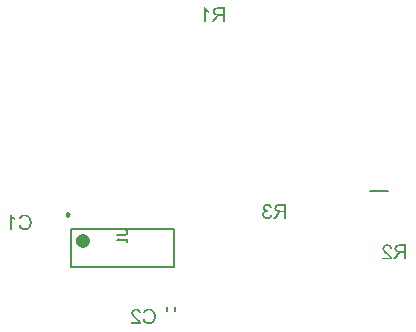
<source format=gbo>
G04*
G04 #@! TF.GenerationSoftware,Altium Limited,Altium Designer,19.1.7 (138)*
G04*
G04 Layer_Color=32896*
%FSLAX25Y25*%
%MOIN*%
G70*
G01*
G75*
%ADD10C,0.00787*%
%ADD11C,0.00591*%
%ADD41C,0.00984*%
%ADD42C,0.02362*%
G36*
X49835Y43728D02*
X49913Y43613D01*
X50007Y43498D01*
X50093Y43398D01*
X50179Y43312D01*
X50243Y43240D01*
X50272Y43219D01*
X50293Y43197D01*
X50301Y43190D01*
X50308Y43183D01*
X50458Y43061D01*
X50609Y42946D01*
X50752Y42846D01*
X50896Y42767D01*
X51018Y42695D01*
X51068Y42667D01*
X51111Y42645D01*
X51147Y42623D01*
X51175Y42616D01*
X51190Y42602D01*
X51197D01*
Y42014D01*
X51089Y42057D01*
X50982Y42107D01*
X50874Y42158D01*
X50774Y42208D01*
X50688Y42251D01*
X50616Y42287D01*
X50573Y42315D01*
X50566Y42322D01*
X50559D01*
X50430Y42401D01*
X50315Y42480D01*
X50215Y42552D01*
X50136Y42616D01*
X50064Y42667D01*
X50021Y42710D01*
X49985Y42738D01*
X49978Y42745D01*
Y38866D01*
X49369D01*
Y43850D01*
X49763D01*
X49835Y43728D01*
D02*
G37*
G36*
X54509Y43900D02*
X54739Y43864D01*
X54940Y43821D01*
X55033Y43792D01*
X55119Y43764D01*
X55198Y43735D01*
X55269Y43706D01*
X55327Y43685D01*
X55384Y43663D01*
X55420Y43642D01*
X55449Y43627D01*
X55470Y43620D01*
X55477Y43613D01*
X55671Y43491D01*
X55836Y43348D01*
X55979Y43204D01*
X56101Y43061D01*
X56194Y42932D01*
X56230Y42875D01*
X56259Y42824D01*
X56288Y42788D01*
X56302Y42760D01*
X56309Y42738D01*
X56316Y42731D01*
X56417Y42509D01*
X56488Y42279D01*
X56538Y42050D01*
X56574Y41842D01*
X56589Y41749D01*
X56596Y41656D01*
X56603Y41584D01*
Y41512D01*
X56610Y41462D01*
Y41419D01*
Y41390D01*
Y41383D01*
X56596Y41125D01*
X56567Y40874D01*
X56531Y40652D01*
X56503Y40544D01*
X56481Y40451D01*
X56460Y40365D01*
X56431Y40286D01*
X56410Y40214D01*
X56395Y40157D01*
X56374Y40114D01*
X56366Y40078D01*
X56352Y40057D01*
Y40049D01*
X56244Y39834D01*
X56123Y39641D01*
X55994Y39476D01*
X55929Y39411D01*
X55872Y39347D01*
X55814Y39290D01*
X55757Y39239D01*
X55707Y39196D01*
X55664Y39168D01*
X55635Y39139D01*
X55606Y39117D01*
X55592Y39110D01*
X55585Y39103D01*
X55484Y39046D01*
X55384Y38996D01*
X55169Y38917D01*
X54954Y38859D01*
X54746Y38823D01*
X54646Y38809D01*
X54560Y38795D01*
X54481Y38788D01*
X54416D01*
X54359Y38780D01*
X54280D01*
X54137Y38788D01*
X54000Y38802D01*
X53871Y38816D01*
X53749Y38845D01*
X53635Y38881D01*
X53527Y38917D01*
X53427Y38952D01*
X53333Y38996D01*
X53255Y39031D01*
X53176Y39067D01*
X53118Y39103D01*
X53061Y39139D01*
X53025Y39168D01*
X52989Y39182D01*
X52975Y39196D01*
X52968Y39203D01*
X52868Y39290D01*
X52781Y39375D01*
X52703Y39476D01*
X52624Y39576D01*
X52495Y39777D01*
X52394Y39978D01*
X52351Y40071D01*
X52315Y40157D01*
X52287Y40236D01*
X52265Y40300D01*
X52244Y40358D01*
X52229Y40401D01*
X52222Y40429D01*
Y40437D01*
X52882Y40602D01*
X52911Y40487D01*
X52946Y40379D01*
X52982Y40279D01*
X53018Y40186D01*
X53061Y40100D01*
X53104Y40028D01*
X53154Y39956D01*
X53197Y39892D01*
X53233Y39834D01*
X53276Y39791D01*
X53312Y39748D01*
X53341Y39713D01*
X53369Y39691D01*
X53391Y39669D01*
X53398Y39662D01*
X53405Y39655D01*
X53477Y39598D01*
X53556Y39555D01*
X53714Y39476D01*
X53864Y39419D01*
X54015Y39383D01*
X54144Y39354D01*
X54194Y39347D01*
X54244D01*
X54287Y39340D01*
X54337D01*
X54502Y39347D01*
X54660Y39375D01*
X54803Y39411D01*
X54932Y39454D01*
X55033Y39497D01*
X55076Y39519D01*
X55112Y39533D01*
X55140Y39548D01*
X55162Y39562D01*
X55176Y39569D01*
X55183D01*
X55320Y39669D01*
X55434Y39777D01*
X55535Y39899D01*
X55614Y40014D01*
X55678Y40114D01*
X55721Y40200D01*
X55735Y40236D01*
X55750Y40257D01*
X55757Y40272D01*
Y40279D01*
X55814Y40465D01*
X55857Y40652D01*
X55893Y40838D01*
X55915Y41010D01*
X55922Y41089D01*
X55929Y41161D01*
Y41225D01*
X55936Y41276D01*
Y41319D01*
Y41354D01*
Y41376D01*
Y41383D01*
X55929Y41570D01*
X55915Y41742D01*
X55886Y41899D01*
X55857Y42043D01*
X55836Y42165D01*
X55822Y42215D01*
X55807Y42258D01*
X55800Y42294D01*
X55793Y42315D01*
X55786Y42330D01*
Y42337D01*
X55714Y42502D01*
X55635Y42652D01*
X55549Y42774D01*
X55456Y42882D01*
X55377Y42968D01*
X55312Y43025D01*
X55262Y43061D01*
X55255Y43075D01*
X55248D01*
X55097Y43168D01*
X54932Y43240D01*
X54775Y43290D01*
X54624Y43319D01*
X54488Y43341D01*
X54431Y43348D01*
X54380D01*
X54344Y43355D01*
X54287D01*
X54108Y43348D01*
X53943Y43319D01*
X53807Y43276D01*
X53685Y43233D01*
X53592Y43183D01*
X53520Y43147D01*
X53477Y43118D01*
X53463Y43104D01*
X53348Y42996D01*
X53240Y42875D01*
X53154Y42745D01*
X53083Y42616D01*
X53025Y42502D01*
X53004Y42444D01*
X52989Y42401D01*
X52975Y42365D01*
X52961Y42337D01*
X52953Y42322D01*
Y42315D01*
X52308Y42466D01*
X52351Y42595D01*
X52394Y42710D01*
X52452Y42817D01*
X52502Y42925D01*
X52559Y43018D01*
X52624Y43104D01*
X52681Y43190D01*
X52738Y43262D01*
X52796Y43319D01*
X52846Y43376D01*
X52896Y43427D01*
X52932Y43462D01*
X52968Y43498D01*
X52996Y43520D01*
X53011Y43527D01*
X53018Y43534D01*
X53118Y43599D01*
X53219Y43663D01*
X53319Y43713D01*
X53427Y43756D01*
X53642Y43821D01*
X53835Y43864D01*
X53929Y43885D01*
X54008Y43893D01*
X54086Y43900D01*
X54151Y43907D01*
X54201Y43914D01*
X54273D01*
X54509Y43900D01*
D02*
G37*
G36*
X135406Y47469D02*
X135599Y47433D01*
X135764Y47376D01*
X135907Y47318D01*
X135972Y47282D01*
X136022Y47254D01*
X136072Y47225D01*
X136108Y47196D01*
X136137Y47175D01*
X136158Y47161D01*
X136173Y47153D01*
X136180Y47146D01*
X136316Y47010D01*
X136424Y46859D01*
X136510Y46702D01*
X136581Y46544D01*
X136624Y46408D01*
X136646Y46350D01*
X136660Y46300D01*
X136667Y46257D01*
X136675Y46228D01*
X136682Y46207D01*
Y46200D01*
X136072Y46092D01*
X136044Y46250D01*
X136001Y46386D01*
X135950Y46501D01*
X135900Y46594D01*
X135850Y46666D01*
X135807Y46716D01*
X135778Y46752D01*
X135771Y46759D01*
X135678Y46831D01*
X135578Y46888D01*
X135484Y46924D01*
X135391Y46953D01*
X135305Y46967D01*
X135241Y46981D01*
X135183D01*
X135054Y46974D01*
X134940Y46945D01*
X134839Y46910D01*
X134753Y46874D01*
X134688Y46831D01*
X134638Y46795D01*
X134602Y46766D01*
X134595Y46759D01*
X134516Y46673D01*
X134459Y46580D01*
X134423Y46486D01*
X134395Y46400D01*
X134380Y46322D01*
X134366Y46264D01*
Y46221D01*
Y46214D01*
Y46207D01*
Y46128D01*
X134380Y46056D01*
X134416Y45934D01*
X134466Y45827D01*
X134524Y45734D01*
X134581Y45669D01*
X134631Y45619D01*
X134667Y45590D01*
X134674Y45583D01*
X134681D01*
X134803Y45519D01*
X134918Y45468D01*
X135040Y45432D01*
X135147Y45411D01*
X135241Y45397D01*
X135319Y45382D01*
X135413D01*
X135441Y45390D01*
X135477D01*
X135549Y44852D01*
X135456Y44873D01*
X135370Y44888D01*
X135298Y44902D01*
X135233Y44909D01*
X135183Y44916D01*
X135119D01*
X134968Y44902D01*
X134832Y44873D01*
X134710Y44830D01*
X134610Y44780D01*
X134531Y44730D01*
X134473Y44687D01*
X134438Y44658D01*
X134423Y44644D01*
X134330Y44536D01*
X134258Y44422D01*
X134208Y44307D01*
X134179Y44192D01*
X134158Y44099D01*
X134151Y44020D01*
X134144Y43991D01*
Y43970D01*
Y43955D01*
Y43948D01*
X134158Y43791D01*
X134194Y43647D01*
X134237Y43525D01*
X134294Y43418D01*
X134352Y43332D01*
X134395Y43267D01*
X134430Y43224D01*
X134445Y43210D01*
X134559Y43109D01*
X134681Y43038D01*
X134803Y42988D01*
X134918Y42952D01*
X135018Y42930D01*
X135097Y42923D01*
X135126Y42916D01*
X135169D01*
X135298Y42923D01*
X135420Y42952D01*
X135527Y42988D01*
X135613Y43031D01*
X135685Y43066D01*
X135742Y43102D01*
X135771Y43131D01*
X135785Y43138D01*
X135872Y43238D01*
X135943Y43353D01*
X136008Y43475D01*
X136058Y43604D01*
X136094Y43712D01*
X136108Y43762D01*
X136115Y43805D01*
X136123Y43841D01*
X136130Y43870D01*
X136137Y43884D01*
Y43891D01*
X136746Y43812D01*
X136732Y43697D01*
X136710Y43590D01*
X136646Y43389D01*
X136567Y43217D01*
X136524Y43145D01*
X136481Y43074D01*
X136438Y43009D01*
X136395Y42959D01*
X136359Y42909D01*
X136323Y42873D01*
X136302Y42844D01*
X136280Y42823D01*
X136266Y42808D01*
X136259Y42801D01*
X136173Y42737D01*
X136087Y42672D01*
X136001Y42622D01*
X135907Y42579D01*
X135728Y42507D01*
X135556Y42464D01*
X135477Y42450D01*
X135406Y42436D01*
X135341Y42428D01*
X135284Y42421D01*
X135241Y42414D01*
X135176D01*
X135040Y42421D01*
X134918Y42436D01*
X134796Y42457D01*
X134681Y42486D01*
X134574Y42522D01*
X134481Y42557D01*
X134387Y42600D01*
X134309Y42643D01*
X134230Y42679D01*
X134165Y42722D01*
X134108Y42758D01*
X134065Y42794D01*
X134029Y42823D01*
X134000Y42844D01*
X133986Y42858D01*
X133979Y42866D01*
X133893Y42952D01*
X133821Y43045D01*
X133756Y43138D01*
X133699Y43231D01*
X133656Y43317D01*
X133613Y43411D01*
X133556Y43583D01*
X133541Y43661D01*
X133527Y43733D01*
X133513Y43798D01*
X133505Y43855D01*
X133498Y43898D01*
Y43934D01*
Y43955D01*
Y43963D01*
X133505Y44135D01*
X133534Y44293D01*
X133577Y44429D01*
X133620Y44543D01*
X133663Y44637D01*
X133706Y44708D01*
X133735Y44751D01*
X133742Y44766D01*
X133842Y44873D01*
X133950Y44967D01*
X134065Y45038D01*
X134179Y45096D01*
X134280Y45139D01*
X134359Y45167D01*
X134387Y45174D01*
X134409Y45182D01*
X134423Y45189D01*
X134430D01*
X134309Y45253D01*
X134208Y45318D01*
X134122Y45390D01*
X134050Y45454D01*
X133993Y45511D01*
X133950Y45562D01*
X133929Y45590D01*
X133921Y45605D01*
X133864Y45705D01*
X133821Y45805D01*
X133785Y45906D01*
X133764Y45999D01*
X133749Y46078D01*
X133742Y46135D01*
Y46178D01*
Y46192D01*
X133749Y46314D01*
X133771Y46436D01*
X133799Y46544D01*
X133835Y46637D01*
X133871Y46716D01*
X133900Y46780D01*
X133921Y46816D01*
X133929Y46831D01*
X134000Y46938D01*
X134086Y47031D01*
X134172Y47110D01*
X134258Y47182D01*
X134330Y47232D01*
X134395Y47275D01*
X134438Y47297D01*
X134445Y47304D01*
X134452D01*
X134581Y47361D01*
X134710Y47404D01*
X134839Y47440D01*
X134954Y47462D01*
X135047Y47476D01*
X135126Y47483D01*
X135305D01*
X135406Y47469D01*
D02*
G37*
G36*
X141500Y42500D02*
X140840D01*
Y44701D01*
X139994D01*
X139915Y44694D01*
X139858D01*
X139808Y44687D01*
X139772Y44680D01*
X139743D01*
X139729Y44673D01*
X139722D01*
X139607Y44637D01*
X139557Y44615D01*
X139514Y44594D01*
X139471Y44572D01*
X139442Y44558D01*
X139428Y44551D01*
X139421Y44543D01*
X139363Y44500D01*
X139306Y44450D01*
X139198Y44343D01*
X139148Y44293D01*
X139112Y44249D01*
X139091Y44221D01*
X139084Y44214D01*
X139012Y44113D01*
X138933Y44006D01*
X138854Y43891D01*
X138775Y43783D01*
X138711Y43683D01*
X138661Y43604D01*
X138639Y43576D01*
X138625Y43554D01*
X138610Y43540D01*
Y43532D01*
X137958Y42500D01*
X137141D01*
X137994Y43848D01*
X138094Y43991D01*
X138188Y44120D01*
X138281Y44228D01*
X138359Y44328D01*
X138431Y44400D01*
X138489Y44457D01*
X138524Y44493D01*
X138539Y44508D01*
X138596Y44551D01*
X138661Y44601D01*
X138790Y44680D01*
X138847Y44708D01*
X138890Y44737D01*
X138919Y44751D01*
X138933Y44759D01*
X138804Y44780D01*
X138682Y44802D01*
X138575Y44837D01*
X138467Y44866D01*
X138374Y44902D01*
X138288Y44945D01*
X138209Y44981D01*
X138137Y45017D01*
X138080Y45060D01*
X138023Y45096D01*
X137979Y45124D01*
X137944Y45153D01*
X137915Y45174D01*
X137893Y45196D01*
X137886Y45203D01*
X137879Y45210D01*
X137822Y45282D01*
X137764Y45354D01*
X137678Y45504D01*
X137621Y45655D01*
X137578Y45798D01*
X137549Y45920D01*
X137542Y45970D01*
Y46020D01*
X137535Y46056D01*
Y46085D01*
Y46099D01*
Y46106D01*
X137542Y46257D01*
X137564Y46393D01*
X137600Y46522D01*
X137635Y46630D01*
X137678Y46723D01*
X137707Y46795D01*
X137736Y46838D01*
X137743Y46845D01*
Y46852D01*
X137829Y46967D01*
X137915Y47067D01*
X138008Y47153D01*
X138094Y47218D01*
X138173Y47268D01*
X138238Y47297D01*
X138281Y47318D01*
X138288Y47325D01*
X138295D01*
X138359Y47347D01*
X138438Y47368D01*
X138596Y47404D01*
X138768Y47426D01*
X138926Y47447D01*
X139076Y47455D01*
X139141D01*
X139198Y47462D01*
X141500D01*
Y42500D01*
D02*
G37*
G36*
X175241Y33976D02*
X175363Y33969D01*
X175477Y33947D01*
X175585Y33926D01*
X175685Y33897D01*
X175778Y33868D01*
X175864Y33833D01*
X175943Y33797D01*
X176015Y33761D01*
X176072Y33725D01*
X176122Y33696D01*
X176165Y33668D01*
X176201Y33646D01*
X176223Y33625D01*
X176237Y33617D01*
X176244Y33610D01*
X176316Y33539D01*
X176381Y33460D01*
X176445Y33374D01*
X176495Y33288D01*
X176581Y33116D01*
X176639Y32943D01*
X176660Y32865D01*
X176682Y32786D01*
X176696Y32721D01*
X176710Y32664D01*
X176718Y32614D01*
Y32578D01*
X176725Y32556D01*
Y32549D01*
X176101Y32485D01*
X176087Y32649D01*
X176058Y32793D01*
X176015Y32922D01*
X175965Y33022D01*
X175922Y33108D01*
X175879Y33166D01*
X175850Y33202D01*
X175836Y33216D01*
X175728Y33302D01*
X175613Y33367D01*
X175491Y33417D01*
X175384Y33445D01*
X175284Y33467D01*
X175198Y33474D01*
X175169Y33481D01*
X175126D01*
X174975Y33474D01*
X174839Y33445D01*
X174724Y33402D01*
X174624Y33359D01*
X174545Y33309D01*
X174495Y33273D01*
X174459Y33245D01*
X174445Y33230D01*
X174359Y33130D01*
X174294Y33029D01*
X174244Y32929D01*
X174215Y32829D01*
X174194Y32750D01*
X174187Y32678D01*
X174179Y32635D01*
Y32628D01*
Y32621D01*
X174194Y32492D01*
X174223Y32356D01*
X174273Y32234D01*
X174323Y32119D01*
X174380Y32026D01*
X174430Y31947D01*
X174445Y31918D01*
X174459Y31897D01*
X174473Y31890D01*
Y31882D01*
X174531Y31804D01*
X174602Y31725D01*
X174681Y31639D01*
X174767Y31552D01*
X174947Y31380D01*
X175126Y31208D01*
X175219Y31130D01*
X175298Y31058D01*
X175377Y30993D01*
X175441Y30936D01*
X175491Y30893D01*
X175535Y30857D01*
X175563Y30836D01*
X175570Y30828D01*
X175750Y30678D01*
X175915Y30534D01*
X176051Y30405D01*
X176158Y30298D01*
X176252Y30205D01*
X176316Y30140D01*
X176352Y30097D01*
X176366Y30090D01*
Y30083D01*
X176467Y29961D01*
X176546Y29846D01*
X176617Y29731D01*
X176675Y29631D01*
X176718Y29545D01*
X176746Y29480D01*
X176761Y29437D01*
X176768Y29430D01*
Y29423D01*
X176796Y29344D01*
X176811Y29272D01*
X176825Y29201D01*
X176832Y29136D01*
X176839Y29079D01*
Y29036D01*
Y29007D01*
Y29000D01*
X173548D01*
Y29588D01*
X175993D01*
X175907Y29710D01*
X175864Y29760D01*
X175829Y29810D01*
X175793Y29853D01*
X175764Y29882D01*
X175742Y29903D01*
X175735Y29911D01*
X175699Y29946D01*
X175656Y29982D01*
X175556Y30075D01*
X175441Y30183D01*
X175320Y30291D01*
X175205Y30384D01*
X175154Y30427D01*
X175111Y30470D01*
X175076Y30498D01*
X175047Y30520D01*
X175033Y30534D01*
X175025Y30542D01*
X174911Y30642D01*
X174796Y30735D01*
X174696Y30828D01*
X174602Y30907D01*
X174516Y30986D01*
X174445Y31058D01*
X174373Y31122D01*
X174316Y31180D01*
X174258Y31237D01*
X174215Y31280D01*
X174179Y31316D01*
X174144Y31352D01*
X174108Y31395D01*
X174093Y31409D01*
X173993Y31531D01*
X173907Y31639D01*
X173835Y31746D01*
X173778Y31832D01*
X173735Y31911D01*
X173706Y31968D01*
X173692Y32004D01*
X173685Y32019D01*
X173642Y32126D01*
X173613Y32234D01*
X173584Y32334D01*
X173570Y32420D01*
X173563Y32499D01*
X173556Y32556D01*
Y32592D01*
Y32607D01*
X173563Y32714D01*
X173577Y32814D01*
X173591Y32915D01*
X173620Y33001D01*
X173692Y33173D01*
X173764Y33309D01*
X173807Y33374D01*
X173842Y33424D01*
X173878Y33474D01*
X173914Y33510D01*
X173943Y33539D01*
X173957Y33567D01*
X173971Y33575D01*
X173979Y33582D01*
X174057Y33653D01*
X174144Y33718D01*
X174237Y33768D01*
X174330Y33811D01*
X174516Y33883D01*
X174703Y33933D01*
X174782Y33947D01*
X174861Y33962D01*
X174932Y33969D01*
X174990Y33976D01*
X175040Y33983D01*
X175111D01*
X175241Y33976D01*
D02*
G37*
G36*
X181500Y29000D02*
X180840D01*
Y31201D01*
X179994D01*
X179915Y31194D01*
X179858D01*
X179808Y31187D01*
X179772Y31180D01*
X179743D01*
X179729Y31172D01*
X179722D01*
X179607Y31137D01*
X179557Y31115D01*
X179514Y31094D01*
X179471Y31072D01*
X179442Y31058D01*
X179428Y31051D01*
X179421Y31043D01*
X179363Y31000D01*
X179306Y30950D01*
X179198Y30843D01*
X179148Y30792D01*
X179112Y30749D01*
X179091Y30721D01*
X179084Y30714D01*
X179012Y30613D01*
X178933Y30506D01*
X178854Y30391D01*
X178775Y30283D01*
X178711Y30183D01*
X178661Y30104D01*
X178639Y30075D01*
X178625Y30054D01*
X178611Y30040D01*
Y30033D01*
X177958Y29000D01*
X177141D01*
X177994Y30348D01*
X178094Y30491D01*
X178188Y30620D01*
X178281Y30728D01*
X178359Y30828D01*
X178431Y30900D01*
X178489Y30957D01*
X178524Y30993D01*
X178539Y31008D01*
X178596Y31051D01*
X178661Y31101D01*
X178790Y31180D01*
X178847Y31208D01*
X178890Y31237D01*
X178919Y31251D01*
X178933Y31259D01*
X178804Y31280D01*
X178682Y31302D01*
X178575Y31337D01*
X178467Y31366D01*
X178374Y31402D01*
X178288Y31445D01*
X178209Y31481D01*
X178137Y31517D01*
X178080Y31560D01*
X178023Y31596D01*
X177980Y31624D01*
X177944Y31653D01*
X177915Y31674D01*
X177893Y31696D01*
X177886Y31703D01*
X177879Y31710D01*
X177822Y31782D01*
X177764Y31854D01*
X177678Y32004D01*
X177621Y32155D01*
X177578Y32298D01*
X177549Y32420D01*
X177542Y32470D01*
Y32520D01*
X177535Y32556D01*
Y32585D01*
Y32599D01*
Y32607D01*
X177542Y32757D01*
X177564Y32893D01*
X177600Y33022D01*
X177635Y33130D01*
X177678Y33223D01*
X177707Y33295D01*
X177736Y33338D01*
X177743Y33345D01*
Y33352D01*
X177829Y33467D01*
X177915Y33567D01*
X178008Y33653D01*
X178094Y33718D01*
X178173Y33768D01*
X178238Y33797D01*
X178281Y33818D01*
X178288Y33825D01*
X178295D01*
X178359Y33847D01*
X178438Y33868D01*
X178596Y33904D01*
X178768Y33926D01*
X178926Y33947D01*
X179077Y33955D01*
X179141D01*
X179198Y33962D01*
X181500D01*
Y29000D01*
D02*
G37*
G36*
X114425Y112861D02*
X114504Y112747D01*
X114597Y112632D01*
X114683Y112531D01*
X114769Y112445D01*
X114834Y112374D01*
X114863Y112352D01*
X114884Y112331D01*
X114891Y112323D01*
X114898Y112316D01*
X115049Y112195D01*
X115199Y112080D01*
X115343Y111979D01*
X115486Y111900D01*
X115608Y111829D01*
X115658Y111800D01*
X115701Y111779D01*
X115737Y111757D01*
X115766Y111750D01*
X115780Y111736D01*
X115787D01*
Y111148D01*
X115680Y111191D01*
X115572Y111241D01*
X115465Y111291D01*
X115364Y111341D01*
X115278Y111384D01*
X115207Y111420D01*
X115164Y111449D01*
X115156Y111456D01*
X115149D01*
X115020Y111535D01*
X114906Y111614D01*
X114805Y111685D01*
X114726Y111750D01*
X114655Y111800D01*
X114611Y111843D01*
X114576Y111872D01*
X114568Y111879D01*
Y108000D01*
X113959D01*
Y112983D01*
X114353D01*
X114425Y112861D01*
D02*
G37*
G36*
X121000Y108000D02*
X120340D01*
Y110201D01*
X119494D01*
X119415Y110194D01*
X119358D01*
X119308Y110187D01*
X119272Y110180D01*
X119243D01*
X119229Y110172D01*
X119222D01*
X119107Y110137D01*
X119057Y110115D01*
X119014Y110094D01*
X118971Y110072D01*
X118942Y110058D01*
X118928Y110051D01*
X118921Y110044D01*
X118863Y110000D01*
X118806Y109950D01*
X118698Y109843D01*
X118648Y109792D01*
X118612Y109749D01*
X118591Y109721D01*
X118584Y109714D01*
X118512Y109613D01*
X118433Y109506D01*
X118354Y109391D01*
X118275Y109283D01*
X118211Y109183D01*
X118161Y109104D01*
X118139Y109075D01*
X118125Y109054D01*
X118111Y109040D01*
Y109032D01*
X117458Y108000D01*
X116641D01*
X117494Y109348D01*
X117594Y109491D01*
X117687Y109620D01*
X117781Y109728D01*
X117859Y109828D01*
X117931Y109900D01*
X117989Y109957D01*
X118025Y109993D01*
X118039Y110008D01*
X118096Y110051D01*
X118161Y110101D01*
X118290Y110180D01*
X118347Y110208D01*
X118390Y110237D01*
X118419Y110251D01*
X118433Y110258D01*
X118304Y110280D01*
X118182Y110302D01*
X118075Y110337D01*
X117967Y110366D01*
X117874Y110402D01*
X117788Y110445D01*
X117709Y110481D01*
X117637Y110517D01*
X117580Y110560D01*
X117523Y110596D01*
X117480Y110624D01*
X117444Y110653D01*
X117415Y110674D01*
X117394Y110696D01*
X117386Y110703D01*
X117379Y110710D01*
X117322Y110782D01*
X117264Y110854D01*
X117178Y111004D01*
X117121Y111155D01*
X117078Y111298D01*
X117049Y111420D01*
X117042Y111470D01*
Y111521D01*
X117035Y111556D01*
Y111585D01*
Y111599D01*
Y111607D01*
X117042Y111757D01*
X117064Y111893D01*
X117099Y112022D01*
X117135Y112130D01*
X117178Y112223D01*
X117207Y112295D01*
X117236Y112338D01*
X117243Y112345D01*
Y112352D01*
X117329Y112467D01*
X117415Y112567D01*
X117508Y112653D01*
X117594Y112718D01*
X117673Y112768D01*
X117738Y112797D01*
X117781Y112818D01*
X117788Y112825D01*
X117795D01*
X117859Y112847D01*
X117938Y112868D01*
X118096Y112904D01*
X118268Y112926D01*
X118426Y112947D01*
X118577Y112954D01*
X118641D01*
X118698Y112962D01*
X121000D01*
Y108000D01*
D02*
G37*
G36*
X91540Y12476D02*
X91662Y12469D01*
X91776Y12447D01*
X91884Y12426D01*
X91984Y12397D01*
X92078Y12368D01*
X92164Y12333D01*
X92242Y12297D01*
X92314Y12261D01*
X92372Y12225D01*
X92422Y12196D01*
X92465Y12168D01*
X92501Y12146D01*
X92522Y12125D01*
X92536Y12117D01*
X92544Y12110D01*
X92615Y12039D01*
X92680Y11960D01*
X92744Y11874D01*
X92795Y11788D01*
X92881Y11616D01*
X92938Y11444D01*
X92959Y11365D01*
X92981Y11286D01*
X92995Y11221D01*
X93010Y11164D01*
X93017Y11114D01*
Y11078D01*
X93024Y11056D01*
Y11049D01*
X92400Y10985D01*
X92386Y11150D01*
X92357Y11293D01*
X92314Y11422D01*
X92264Y11522D01*
X92221Y11608D01*
X92178Y11666D01*
X92149Y11702D01*
X92135Y11716D01*
X92027Y11802D01*
X91913Y11867D01*
X91791Y11917D01*
X91683Y11945D01*
X91583Y11967D01*
X91497Y11974D01*
X91468Y11981D01*
X91425D01*
X91274Y11974D01*
X91138Y11945D01*
X91024Y11902D01*
X90923Y11859D01*
X90844Y11809D01*
X90794Y11773D01*
X90758Y11745D01*
X90744Y11730D01*
X90658Y11630D01*
X90593Y11530D01*
X90543Y11429D01*
X90514Y11329D01*
X90493Y11250D01*
X90486Y11178D01*
X90479Y11135D01*
Y11128D01*
Y11121D01*
X90493Y10992D01*
X90522Y10856D01*
X90572Y10734D01*
X90622Y10619D01*
X90679Y10526D01*
X90730Y10447D01*
X90744Y10418D01*
X90758Y10397D01*
X90773Y10390D01*
Y10382D01*
X90830Y10304D01*
X90902Y10225D01*
X90981Y10139D01*
X91067Y10052D01*
X91246Y9880D01*
X91425Y9708D01*
X91518Y9629D01*
X91597Y9558D01*
X91676Y9493D01*
X91741Y9436D01*
X91791Y9393D01*
X91834Y9357D01*
X91862Y9336D01*
X91870Y9328D01*
X92049Y9178D01*
X92214Y9034D01*
X92350Y8905D01*
X92458Y8798D01*
X92551Y8705D01*
X92615Y8640D01*
X92651Y8597D01*
X92665Y8590D01*
Y8583D01*
X92766Y8461D01*
X92845Y8346D01*
X92917Y8231D01*
X92974Y8131D01*
X93017Y8045D01*
X93046Y7980D01*
X93060Y7937D01*
X93067Y7930D01*
Y7923D01*
X93096Y7844D01*
X93110Y7773D01*
X93124Y7701D01*
X93132Y7636D01*
X93139Y7579D01*
Y7536D01*
Y7507D01*
Y7500D01*
X89848D01*
Y8088D01*
X92293D01*
X92207Y8210D01*
X92164Y8260D01*
X92128Y8310D01*
X92092Y8353D01*
X92063Y8382D01*
X92042Y8403D01*
X92035Y8411D01*
X91999Y8446D01*
X91956Y8482D01*
X91855Y8575D01*
X91741Y8683D01*
X91619Y8791D01*
X91504Y8884D01*
X91454Y8927D01*
X91411Y8970D01*
X91375Y8998D01*
X91346Y9020D01*
X91332Y9034D01*
X91325Y9042D01*
X91210Y9142D01*
X91095Y9235D01*
X90995Y9328D01*
X90902Y9407D01*
X90816Y9486D01*
X90744Y9558D01*
X90672Y9622D01*
X90615Y9680D01*
X90557Y9737D01*
X90514Y9780D01*
X90479Y9816D01*
X90443Y9852D01*
X90407Y9895D01*
X90393Y9909D01*
X90292Y10031D01*
X90206Y10139D01*
X90135Y10246D01*
X90077Y10332D01*
X90034Y10411D01*
X90005Y10468D01*
X89991Y10504D01*
X89984Y10519D01*
X89941Y10626D01*
X89912Y10734D01*
X89884Y10834D01*
X89869Y10920D01*
X89862Y10999D01*
X89855Y11056D01*
Y11092D01*
Y11107D01*
X89862Y11214D01*
X89876Y11314D01*
X89891Y11415D01*
X89919Y11501D01*
X89991Y11673D01*
X90063Y11809D01*
X90106Y11874D01*
X90142Y11924D01*
X90178Y11974D01*
X90213Y12010D01*
X90242Y12039D01*
X90256Y12067D01*
X90271Y12075D01*
X90278Y12082D01*
X90357Y12153D01*
X90443Y12218D01*
X90536Y12268D01*
X90629Y12311D01*
X90816Y12383D01*
X91002Y12433D01*
X91081Y12447D01*
X91160Y12462D01*
X91232Y12469D01*
X91289Y12476D01*
X91339Y12483D01*
X91411D01*
X91540Y12476D01*
D02*
G37*
G36*
X95899Y12533D02*
X96129Y12498D01*
X96329Y12455D01*
X96423Y12426D01*
X96509Y12397D01*
X96588Y12368D01*
X96659Y12340D01*
X96717Y12318D01*
X96774Y12297D01*
X96810Y12275D01*
X96838Y12261D01*
X96860Y12254D01*
X96867Y12246D01*
X97061Y12125D01*
X97226Y11981D01*
X97369Y11838D01*
X97491Y11694D01*
X97584Y11565D01*
X97620Y11508D01*
X97649Y11458D01*
X97677Y11422D01*
X97692Y11393D01*
X97699Y11372D01*
X97706Y11365D01*
X97806Y11142D01*
X97878Y10913D01*
X97928Y10684D01*
X97964Y10475D01*
X97979Y10382D01*
X97986Y10289D01*
X97993Y10217D01*
Y10146D01*
X98000Y10096D01*
Y10052D01*
Y10024D01*
Y10017D01*
X97986Y9759D01*
X97957Y9508D01*
X97921Y9285D01*
X97892Y9178D01*
X97871Y9085D01*
X97849Y8998D01*
X97821Y8920D01*
X97799Y8848D01*
X97785Y8791D01*
X97763Y8748D01*
X97756Y8712D01*
X97742Y8690D01*
Y8683D01*
X97634Y8468D01*
X97512Y8274D01*
X97383Y8109D01*
X97319Y8045D01*
X97262Y7980D01*
X97204Y7923D01*
X97147Y7873D01*
X97097Y7830D01*
X97054Y7801D01*
X97025Y7773D01*
X96996Y7751D01*
X96982Y7744D01*
X96975Y7737D01*
X96874Y7679D01*
X96774Y7629D01*
X96559Y7550D01*
X96344Y7493D01*
X96136Y7457D01*
X96035Y7443D01*
X95949Y7428D01*
X95871Y7421D01*
X95806D01*
X95749Y7414D01*
X95670D01*
X95526Y7421D01*
X95390Y7435D01*
X95261Y7450D01*
X95139Y7479D01*
X95025Y7514D01*
X94917Y7550D01*
X94816Y7586D01*
X94723Y7629D01*
X94644Y7665D01*
X94566Y7701D01*
X94508Y7737D01*
X94451Y7773D01*
X94415Y7801D01*
X94379Y7816D01*
X94365Y7830D01*
X94358Y7837D01*
X94257Y7923D01*
X94171Y8009D01*
X94092Y8109D01*
X94014Y8210D01*
X93884Y8411D01*
X93784Y8611D01*
X93741Y8705D01*
X93705Y8791D01*
X93677Y8869D01*
X93655Y8934D01*
X93634Y8991D01*
X93619Y9034D01*
X93612Y9063D01*
Y9070D01*
X94272Y9235D01*
X94300Y9120D01*
X94336Y9013D01*
X94372Y8912D01*
X94408Y8819D01*
X94451Y8733D01*
X94494Y8662D01*
X94544Y8590D01*
X94587Y8525D01*
X94623Y8468D01*
X94666Y8425D01*
X94702Y8382D01*
X94731Y8346D01*
X94759Y8325D01*
X94781Y8303D01*
X94788Y8296D01*
X94795Y8289D01*
X94867Y8231D01*
X94946Y8188D01*
X95103Y8109D01*
X95254Y8052D01*
X95404Y8016D01*
X95534Y7988D01*
X95584Y7980D01*
X95634D01*
X95677Y7973D01*
X95727D01*
X95892Y7980D01*
X96050Y8009D01*
X96193Y8045D01*
X96322Y8088D01*
X96423Y8131D01*
X96466Y8152D01*
X96501Y8167D01*
X96530Y8181D01*
X96552Y8196D01*
X96566Y8203D01*
X96573D01*
X96709Y8303D01*
X96824Y8411D01*
X96925Y8533D01*
X97003Y8647D01*
X97068Y8748D01*
X97111Y8834D01*
X97125Y8869D01*
X97140Y8891D01*
X97147Y8905D01*
Y8912D01*
X97204Y9099D01*
X97247Y9285D01*
X97283Y9472D01*
X97304Y9644D01*
X97312Y9723D01*
X97319Y9794D01*
Y9859D01*
X97326Y9909D01*
Y9952D01*
Y9988D01*
Y10009D01*
Y10017D01*
X97319Y10203D01*
X97304Y10375D01*
X97276Y10533D01*
X97247Y10676D01*
X97226Y10798D01*
X97211Y10848D01*
X97197Y10891D01*
X97190Y10927D01*
X97183Y10949D01*
X97176Y10963D01*
Y10970D01*
X97104Y11135D01*
X97025Y11286D01*
X96939Y11408D01*
X96846Y11515D01*
X96767Y11601D01*
X96702Y11659D01*
X96652Y11694D01*
X96645Y11709D01*
X96638D01*
X96487Y11802D01*
X96322Y11874D01*
X96165Y11924D01*
X96014Y11953D01*
X95878Y11974D01*
X95820Y11981D01*
X95770D01*
X95734Y11988D01*
X95677D01*
X95498Y11981D01*
X95333Y11953D01*
X95196Y11910D01*
X95075Y11867D01*
X94981Y11816D01*
X94910Y11780D01*
X94867Y11752D01*
X94852Y11738D01*
X94738Y11630D01*
X94630Y11508D01*
X94544Y11379D01*
X94472Y11250D01*
X94415Y11135D01*
X94393Y11078D01*
X94379Y11035D01*
X94365Y10999D01*
X94350Y10970D01*
X94343Y10956D01*
Y10949D01*
X93698Y11099D01*
X93741Y11228D01*
X93784Y11343D01*
X93841Y11451D01*
X93892Y11558D01*
X93949Y11651D01*
X94014Y11738D01*
X94071Y11823D01*
X94128Y11895D01*
X94186Y11953D01*
X94236Y12010D01*
X94286Y12060D01*
X94322Y12096D01*
X94358Y12132D01*
X94386Y12153D01*
X94401Y12161D01*
X94408Y12168D01*
X94508Y12232D01*
X94609Y12297D01*
X94709Y12347D01*
X94816Y12390D01*
X95032Y12455D01*
X95225Y12498D01*
X95318Y12519D01*
X95397Y12526D01*
X95476Y12533D01*
X95541Y12540D01*
X95591Y12548D01*
X95663D01*
X95899Y12533D01*
D02*
G37*
%LPC*%
G36*
X140840Y46910D02*
X139277D01*
X139084Y46902D01*
X138919Y46874D01*
X138775Y46838D01*
X138668Y46795D01*
X138575Y46752D01*
X138517Y46716D01*
X138481Y46687D01*
X138467Y46680D01*
X138381Y46587D01*
X138317Y46494D01*
X138274Y46393D01*
X138238Y46307D01*
X138223Y46221D01*
X138216Y46157D01*
X138209Y46114D01*
Y46106D01*
Y46099D01*
X138216Y46013D01*
X138231Y45927D01*
X138252Y45856D01*
X138274Y45791D01*
X138302Y45734D01*
X138324Y45691D01*
X138338Y45662D01*
X138345Y45655D01*
X138395Y45583D01*
X138460Y45519D01*
X138524Y45468D01*
X138589Y45425D01*
X138646Y45397D01*
X138689Y45375D01*
X138718Y45361D01*
X138732Y45354D01*
X138833Y45325D01*
X138947Y45303D01*
X139062Y45289D01*
X139177Y45282D01*
X139277Y45275D01*
X139363Y45268D01*
X140840D01*
Y46910D01*
D02*
G37*
G36*
X180840Y33410D02*
X179277D01*
X179084Y33402D01*
X178919Y33374D01*
X178775Y33338D01*
X178668Y33295D01*
X178575Y33252D01*
X178517Y33216D01*
X178481Y33187D01*
X178467Y33180D01*
X178381Y33087D01*
X178316Y32994D01*
X178273Y32893D01*
X178238Y32807D01*
X178223Y32721D01*
X178216Y32657D01*
X178209Y32614D01*
Y32607D01*
Y32599D01*
X178216Y32513D01*
X178231Y32427D01*
X178252Y32356D01*
X178273Y32291D01*
X178302Y32234D01*
X178324Y32191D01*
X178338Y32162D01*
X178345Y32155D01*
X178395Y32083D01*
X178460Y32019D01*
X178524Y31968D01*
X178589Y31925D01*
X178646Y31897D01*
X178689Y31875D01*
X178718Y31861D01*
X178732Y31854D01*
X178833Y31825D01*
X178947Y31804D01*
X179062Y31789D01*
X179177Y31782D01*
X179277Y31775D01*
X179363Y31768D01*
X180840D01*
Y33410D01*
D02*
G37*
G36*
X120340Y112409D02*
X118777D01*
X118584Y112402D01*
X118419Y112374D01*
X118275Y112338D01*
X118168Y112295D01*
X118075Y112252D01*
X118017Y112216D01*
X117981Y112187D01*
X117967Y112180D01*
X117881Y112087D01*
X117816Y111994D01*
X117773Y111893D01*
X117738Y111807D01*
X117723Y111721D01*
X117716Y111657D01*
X117709Y111614D01*
Y111607D01*
Y111599D01*
X117716Y111513D01*
X117730Y111427D01*
X117752Y111356D01*
X117773Y111291D01*
X117802Y111234D01*
X117824Y111191D01*
X117838Y111162D01*
X117845Y111155D01*
X117895Y111083D01*
X117960Y111019D01*
X118025Y110968D01*
X118089Y110925D01*
X118146Y110897D01*
X118189Y110875D01*
X118218Y110861D01*
X118232Y110854D01*
X118333Y110825D01*
X118447Y110803D01*
X118562Y110789D01*
X118677Y110782D01*
X118777Y110775D01*
X118863Y110768D01*
X120340D01*
Y112409D01*
D02*
G37*
%LPD*%
D10*
X69776Y39177D02*
X104224D01*
X69776Y26579D02*
X104224D01*
X69776D02*
Y39177D01*
X104224Y26579D02*
Y39177D01*
X169280Y51906D02*
X175382D01*
X101720Y11909D02*
Y13091D01*
X104279Y11909D02*
Y13091D01*
D11*
X85131Y39079D02*
X87755D01*
X88279Y38554D01*
Y37504D01*
X87755Y36980D01*
X85131D01*
X88279Y35930D02*
Y34881D01*
Y35405D01*
X85131D01*
X85656Y35930D01*
D41*
X69047Y44000D02*
X68309Y44426D01*
Y43574D01*
X69047Y44000D01*
D42*
X74795Y35240D02*
X74351Y36164D01*
X73351Y36392D01*
X72550Y35753D01*
Y34728D01*
X73351Y34089D01*
X74351Y34317D01*
X74795Y35240D01*
M02*

</source>
